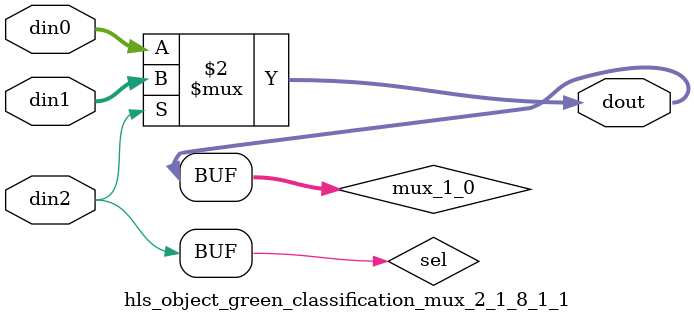
<source format=v>

`timescale 1ns/1ps

module hls_object_green_classification_mux_2_1_8_1_1 #(
parameter
    ID                = 0,
    NUM_STAGE         = 1,
    din0_WIDTH       = 32,
    din1_WIDTH       = 32,
    din2_WIDTH         = 32,
    dout_WIDTH            = 32
)(
    input  [7 : 0]     din0,
    input  [7 : 0]     din1,
    input  [0 : 0]    din2,
    output [7 : 0]   dout);

// puts internal signals
wire [0 : 0]     sel;
// level 1 signals
wire [7 : 0]         mux_1_0;

assign sel = din2;

// Generate level 1 logic
assign mux_1_0 = (sel[0] == 0)? din0 : din1;

// output logic
assign dout = mux_1_0;

endmodule

</source>
